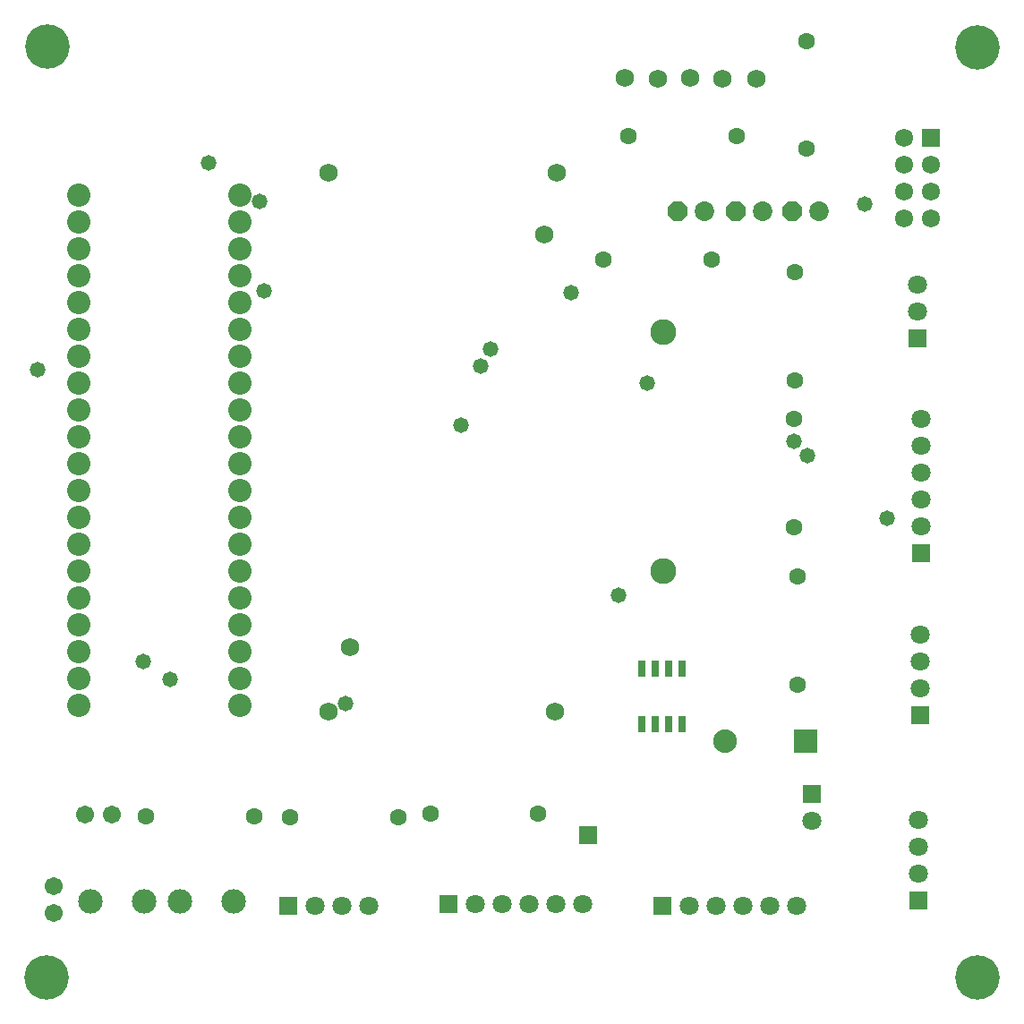
<source format=gts>
G04*
G04 #@! TF.GenerationSoftware,Altium Limited,Altium Designer,21.9.2 (33)*
G04*
G04 Layer_Color=8388736*
%FSTAX24Y24*%
%MOIN*%
G70*
G04*
G04 #@! TF.SameCoordinates,BECF87E7-01DC-432B-977C-EE80B0DAAE55*
G04*
G04*
G04 #@! TF.FilePolarity,Negative*
G04*
G01*
G75*
%ADD24R,0.0316X0.0592*%
%ADD25C,0.0671*%
%ADD26C,0.0880*%
%ADD27R,0.0880X0.0880*%
%ADD28C,0.0631*%
%ADD29R,0.0710X0.0710*%
%ADD30P,0.0790X8X22.5*%
%ADD31C,0.0730*%
%ADD32C,0.0966*%
%ADD33R,0.0710X0.0710*%
%ADD34C,0.0710*%
%ADD35C,0.0680*%
%ADD36C,0.1655*%
%ADD37O,0.0867X0.0867*%
%ADD38C,0.0678*%
%ADD39R,0.0678X0.0678*%
%ADD40C,0.0911*%
%ADD41C,0.0580*%
D24*
X033792Y021999D02*
D03*
X034292D02*
D03*
X034792D02*
D03*
X035292D02*
D03*
Y024086D02*
D03*
X034792D02*
D03*
X034292D02*
D03*
X033792D02*
D03*
D25*
X011882Y01598D02*
D03*
Y01498D02*
D03*
X013051Y018638D02*
D03*
X014051D02*
D03*
D26*
X036898Y021378D02*
D03*
D27*
X039898D02*
D03*
D28*
X039602Y0275D02*
D03*
Y023484D02*
D03*
X029945Y018677D02*
D03*
X025929D02*
D03*
X024724Y018547D02*
D03*
X020709D02*
D03*
X015343Y018567D02*
D03*
X019358D02*
D03*
X039917Y047445D02*
D03*
Y043429D02*
D03*
X0395Y034811D02*
D03*
Y038827D02*
D03*
X03948Y033362D02*
D03*
Y029346D02*
D03*
X037315Y043894D02*
D03*
X033299D02*
D03*
X036386Y039323D02*
D03*
X03237D02*
D03*
D29*
X031791Y01789D02*
D03*
X020622Y015256D02*
D03*
X034559D02*
D03*
X026583Y015299D02*
D03*
D30*
X039383Y041118D02*
D03*
X037287Y041098D02*
D03*
X035142D02*
D03*
D31*
X040383Y041118D02*
D03*
X038287Y041098D02*
D03*
X036142D02*
D03*
D32*
X034602Y027697D02*
D03*
Y036594D02*
D03*
D33*
X040118Y019417D02*
D03*
X044213Y02837D02*
D03*
X044071Y036378D02*
D03*
X044161Y022346D02*
D03*
X044102Y015437D02*
D03*
D34*
X040118Y018417D02*
D03*
X044213Y03337D02*
D03*
Y03237D02*
D03*
Y03137D02*
D03*
Y02937D02*
D03*
Y03037D02*
D03*
X044071Y037378D02*
D03*
Y038378D02*
D03*
X023622Y015256D02*
D03*
X021622D02*
D03*
X022622D02*
D03*
X039559D02*
D03*
X038559D02*
D03*
X037559D02*
D03*
X035559D02*
D03*
X036559D02*
D03*
X044161Y025346D02*
D03*
Y023346D02*
D03*
Y024346D02*
D03*
X044102Y018437D02*
D03*
Y016437D02*
D03*
Y017437D02*
D03*
X028583Y015299D02*
D03*
X027583D02*
D03*
X029583D02*
D03*
X030583D02*
D03*
X031583D02*
D03*
D35*
X033163Y046078D02*
D03*
X038063Y046028D02*
D03*
X036813D02*
D03*
X035613Y046078D02*
D03*
X034413Y046028D02*
D03*
X022927Y02488D02*
D03*
X030177Y04023D02*
D03*
X022127Y02248D02*
D03*
X030577D02*
D03*
X022127Y04253D02*
D03*
X030627D02*
D03*
D36*
X01165Y047232D02*
D03*
X046303Y04722D02*
D03*
X046287Y012591D02*
D03*
X011634Y012579D02*
D03*
D37*
X018827Y03872D02*
D03*
Y03972D02*
D03*
Y04172D02*
D03*
Y03772D02*
D03*
Y04072D02*
D03*
Y03672D02*
D03*
X012837Y026716D02*
D03*
Y022716D02*
D03*
Y025716D02*
D03*
Y024716D02*
D03*
Y023716D02*
D03*
Y027716D02*
D03*
Y028716D02*
D03*
Y030716D02*
D03*
Y031716D02*
D03*
Y032716D02*
D03*
Y029716D02*
D03*
Y033716D02*
D03*
Y035716D02*
D03*
Y041716D02*
D03*
Y040716D02*
D03*
Y039716D02*
D03*
Y038716D02*
D03*
Y034716D02*
D03*
Y037716D02*
D03*
Y036716D02*
D03*
X018827Y02672D02*
D03*
Y02271D02*
D03*
Y02572D02*
D03*
Y02472D02*
D03*
Y02372D02*
D03*
Y02772D02*
D03*
Y03272D02*
D03*
Y03572D02*
D03*
Y03472D02*
D03*
Y03372D02*
D03*
Y03172D02*
D03*
Y03072D02*
D03*
Y02972D02*
D03*
Y02872D02*
D03*
D38*
X043555Y043854D02*
D03*
Y042854D02*
D03*
Y041854D02*
D03*
Y040854D02*
D03*
X044555D02*
D03*
Y041854D02*
D03*
Y042854D02*
D03*
D39*
Y043854D02*
D03*
D40*
X015276Y015402D02*
D03*
X013276D02*
D03*
X018583Y015398D02*
D03*
X016583D02*
D03*
D41*
X022756Y022768D02*
D03*
X011287Y035224D02*
D03*
X04292Y029681D02*
D03*
X03995Y03201D02*
D03*
X04209Y041389D02*
D03*
X01767Y04291D02*
D03*
X01972Y03816D02*
D03*
X03115Y03808D02*
D03*
X03294Y026795D02*
D03*
X01523Y024356D02*
D03*
X028155Y035985D02*
D03*
X0278Y035344D02*
D03*
X01957Y04148D02*
D03*
X02706Y03314D02*
D03*
X03948Y03256D02*
D03*
X03399Y03471D02*
D03*
X01624Y02368D02*
D03*
M02*

</source>
